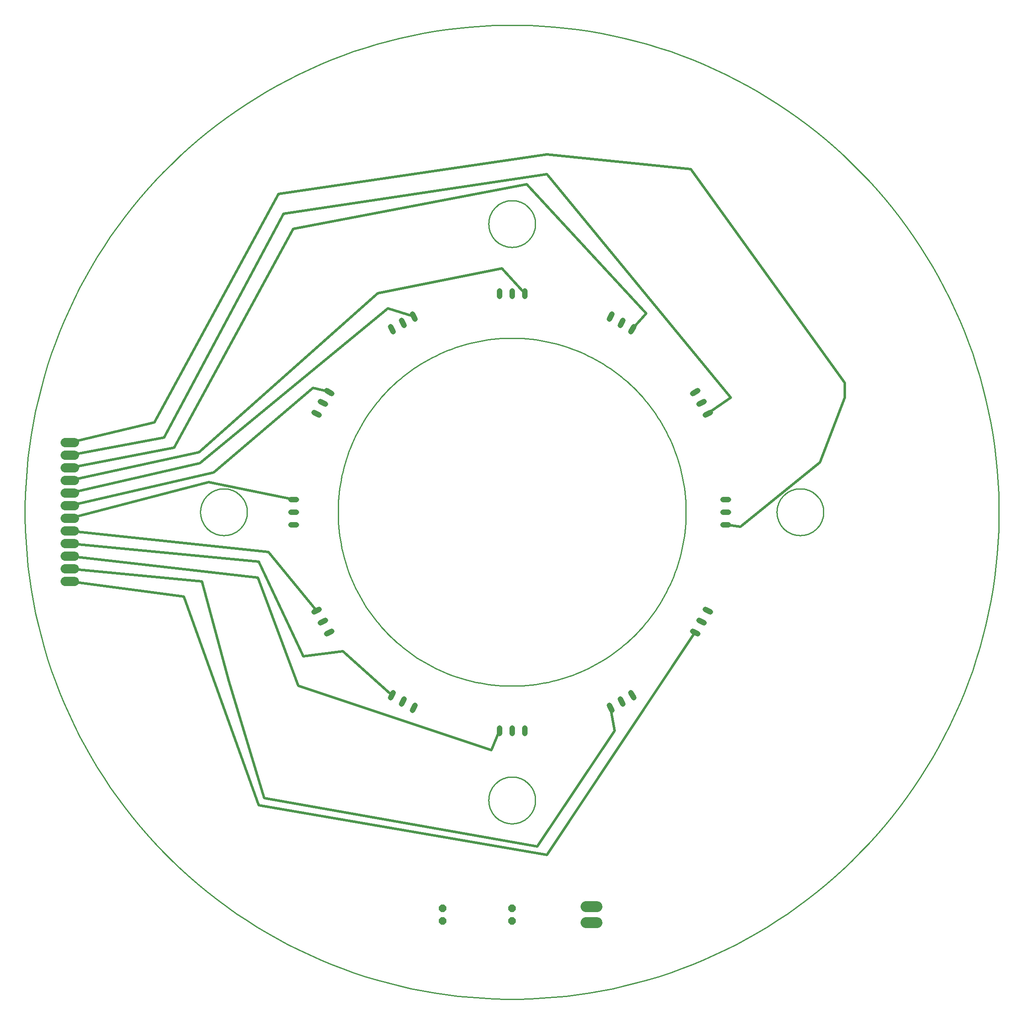
<source format=gtl>
G04 EAGLE Gerber RS-274X export*
G75*
%MOMM*%
%FSLAX34Y34*%
%LPD*%
%INTop Copper*%
%IPPOS*%
%AMOC8*
5,1,8,0,0,1.08239X$1,22.5*%
G01*
%ADD10P,1.583577X8X292.500000*%
%ADD11C,1.828800*%
%ADD12C,1.108000*%
%ADD13C,2.184400*%
%ADD14C,0.508000*%
%ADD15C,0.254000*%


D10*
X0Y-797300D03*
X0Y-822700D03*
X-140000Y-797300D03*
X-140000Y-822700D03*
D11*
X-880856Y139700D02*
X-899144Y139700D01*
X-899144Y114300D02*
X-880856Y114300D01*
X-880856Y88900D02*
X-899144Y88900D01*
X-899144Y63500D02*
X-880856Y63500D01*
X-880856Y38100D02*
X-899144Y38100D01*
X-899144Y12700D02*
X-880856Y12700D01*
X-880856Y-12700D02*
X-899144Y-12700D01*
X-899144Y-38100D02*
X-880856Y-38100D01*
X-880856Y-63500D02*
X-899144Y-63500D01*
X-899144Y-88900D02*
X-880856Y-88900D01*
X-880856Y-114300D02*
X-899144Y-114300D01*
X-899144Y-139700D02*
X-880856Y-139700D01*
D12*
X363553Y239227D02*
X373149Y244767D01*
X385849Y222770D02*
X376253Y217230D01*
X388953Y195233D02*
X398549Y200773D01*
X195233Y388953D02*
X200773Y398549D01*
X222770Y385849D02*
X217230Y376253D01*
X239227Y363553D02*
X244767Y373149D01*
X-25400Y434460D02*
X-25400Y445540D01*
X0Y445540D02*
X0Y434460D01*
X25400Y434460D02*
X25400Y445540D01*
X-239227Y363553D02*
X-244767Y373149D01*
X-222770Y385849D02*
X-217230Y376253D01*
X-195233Y388953D02*
X-200773Y398549D01*
X-388953Y195233D02*
X-398549Y200773D01*
X-385849Y222770D02*
X-376253Y217230D01*
X-363553Y239227D02*
X-373149Y244767D01*
X-434460Y-25400D02*
X-445540Y-25400D01*
X-445540Y0D02*
X-434460Y0D01*
X-434460Y25400D02*
X-445540Y25400D01*
X-363553Y-239227D02*
X-373149Y-244767D01*
X-385849Y-222770D02*
X-376253Y-217230D01*
X-388953Y-195233D02*
X-398549Y-200773D01*
X-195233Y-388953D02*
X-200773Y-398549D01*
X-222770Y-385849D02*
X-217230Y-376253D01*
X-239227Y-363553D02*
X-244767Y-373149D01*
X25400Y-434460D02*
X25400Y-445540D01*
X0Y-445540D02*
X0Y-434460D01*
X-25400Y-434460D02*
X-25400Y-445540D01*
X239227Y-363553D02*
X244767Y-373149D01*
X222770Y-385849D02*
X217230Y-376253D01*
X195233Y-388953D02*
X200773Y-398549D01*
X388953Y-195233D02*
X398549Y-200773D01*
X385849Y-222770D02*
X376253Y-217230D01*
X363553Y-239227D02*
X373149Y-244767D01*
D13*
X170922Y-826000D02*
X149078Y-826000D01*
X149078Y-794000D02*
X170922Y-794000D01*
D12*
X424460Y25400D02*
X435540Y25400D01*
X435540Y0D02*
X424460Y0D01*
X424460Y-25400D02*
X435540Y-25400D01*
D14*
X-270000Y440000D02*
X-630000Y120000D01*
X-890000Y63500D01*
X-270000Y440000D02*
X-20000Y490000D01*
X25400Y440000D01*
X-250000Y410000D02*
X-627973Y98172D01*
X-890000Y38100D01*
X-250000Y410000D02*
X-198003Y393751D01*
X-600000Y80000D02*
X-890000Y12700D01*
X-600000Y80000D02*
X-400000Y250000D01*
X-368351Y241997D01*
X-440000Y25400D02*
X-610000Y60000D01*
X-890000Y-12700D01*
X-490000Y-80000D02*
X-393751Y-198003D01*
X-490000Y-80000D02*
X-890000Y-38100D01*
X-340000Y-280000D02*
X-241997Y-368351D01*
X-340000Y-280000D02*
X-420000Y-290000D01*
X-510000Y-100000D01*
X-890000Y-63500D01*
X-25400Y-440000D02*
X-41584Y-479472D01*
X-430000Y-350000D01*
X-511717Y-132087D01*
X-890000Y-88900D01*
X-890000Y-114300D02*
X-624007Y-139965D01*
X-570000Y-340000D01*
X-498281Y-575649D01*
X51020Y-673469D01*
X206699Y-439951D01*
X198003Y-393751D01*
X-660000Y-170000D02*
X-890000Y-139700D01*
X-660000Y-170000D02*
X-510000Y-590000D01*
X70000Y-690000D01*
X368351Y-241997D01*
X670000Y260000D02*
X360000Y690000D01*
X70000Y720000D01*
X-470000Y640000D01*
X-720000Y180000D01*
X-890000Y139700D01*
X670000Y230000D02*
X670000Y260000D01*
X670000Y230000D02*
X620000Y100000D01*
X460000Y-30000D01*
X430000Y-25400D01*
X393751Y198003D02*
X440000Y230000D01*
X70000Y680000D01*
X-460000Y600000D01*
X-700000Y150000D01*
X-890000Y114300D01*
X241997Y368351D02*
X270000Y400000D01*
X30000Y660000D01*
X-440000Y570000D01*
X-680000Y130000D01*
X-890000Y88900D01*
D15*
X980000Y-12027D02*
X980000Y12027D01*
X979410Y36074D01*
X978229Y60099D01*
X976460Y84088D01*
X974102Y108026D01*
X971158Y131899D01*
X967628Y155693D01*
X963516Y179393D01*
X958823Y202984D01*
X953553Y226454D01*
X947708Y249787D01*
X941293Y272970D01*
X934310Y295988D01*
X926765Y318828D01*
X918661Y341476D01*
X910004Y363918D01*
X900799Y386141D01*
X891052Y408132D01*
X880767Y429876D01*
X869952Y451362D01*
X858613Y472576D01*
X846757Y493505D01*
X834391Y514137D01*
X821522Y534459D01*
X808158Y554459D01*
X794308Y574125D01*
X779979Y593446D01*
X765180Y612408D01*
X749920Y631002D01*
X734209Y649216D01*
X718055Y667039D01*
X701469Y684460D01*
X684460Y701469D01*
X667039Y718055D01*
X649216Y734209D01*
X631002Y749920D01*
X612408Y765180D01*
X593446Y779979D01*
X574125Y794308D01*
X554459Y808158D01*
X534459Y821522D01*
X514137Y834391D01*
X493505Y846757D01*
X472576Y858613D01*
X451362Y869952D01*
X429876Y880767D01*
X408132Y891052D01*
X386141Y900799D01*
X363918Y910004D01*
X341476Y918661D01*
X318828Y926765D01*
X295988Y934310D01*
X272970Y941293D01*
X249787Y947708D01*
X226454Y953553D01*
X202984Y958823D01*
X179393Y963516D01*
X155693Y967628D01*
X131899Y971158D01*
X108026Y974102D01*
X84088Y976460D01*
X60099Y978229D01*
X36074Y979410D01*
X12027Y980000D01*
X-12027Y980000D01*
X-36074Y979410D01*
X-60099Y978229D01*
X-84088Y976460D01*
X-108026Y974102D01*
X-131899Y971158D01*
X-155693Y967628D01*
X-179393Y963516D01*
X-202984Y958823D01*
X-226454Y953553D01*
X-249787Y947708D01*
X-272970Y941293D01*
X-295988Y934310D01*
X-318828Y926765D01*
X-341476Y918661D01*
X-363918Y910004D01*
X-386141Y900799D01*
X-408132Y891052D01*
X-429876Y880767D01*
X-451362Y869952D01*
X-472576Y858613D01*
X-493505Y846757D01*
X-514137Y834391D01*
X-534459Y821522D01*
X-554459Y808158D01*
X-574125Y794308D01*
X-593446Y779979D01*
X-612408Y765180D01*
X-631002Y749920D01*
X-649216Y734209D01*
X-667039Y718055D01*
X-684460Y701469D01*
X-701469Y684460D01*
X-718055Y667039D01*
X-734209Y649216D01*
X-749920Y631002D01*
X-765180Y612408D01*
X-779979Y593446D01*
X-794308Y574125D01*
X-808158Y554459D01*
X-821522Y534459D01*
X-834391Y514137D01*
X-846757Y493505D01*
X-858613Y472576D01*
X-869952Y451362D01*
X-880767Y429876D01*
X-891052Y408132D01*
X-900799Y386141D01*
X-910004Y363918D01*
X-918661Y341476D01*
X-926765Y318828D01*
X-934310Y295988D01*
X-941293Y272970D01*
X-947708Y249787D01*
X-953553Y226454D01*
X-958823Y202984D01*
X-963516Y179393D01*
X-967628Y155693D01*
X-971158Y131899D01*
X-974102Y108026D01*
X-976460Y84088D01*
X-978229Y60099D01*
X-979410Y36074D01*
X-980000Y12027D01*
X-980000Y-12027D01*
X-979410Y-36074D01*
X-978229Y-60099D01*
X-976460Y-84088D01*
X-974102Y-108026D01*
X-971158Y-131899D01*
X-967628Y-155693D01*
X-963516Y-179393D01*
X-958823Y-202984D01*
X-953553Y-226454D01*
X-947708Y-249787D01*
X-941293Y-272970D01*
X-934310Y-295988D01*
X-926765Y-318828D01*
X-918661Y-341476D01*
X-910004Y-363918D01*
X-900799Y-386141D01*
X-891052Y-408132D01*
X-880767Y-429876D01*
X-869952Y-451362D01*
X-858613Y-472576D01*
X-846757Y-493505D01*
X-834391Y-514137D01*
X-821522Y-534459D01*
X-808158Y-554459D01*
X-794308Y-574125D01*
X-779979Y-593446D01*
X-765180Y-612408D01*
X-749920Y-631002D01*
X-734209Y-649216D01*
X-718055Y-667039D01*
X-701469Y-684460D01*
X-684460Y-701469D01*
X-667039Y-718055D01*
X-649216Y-734209D01*
X-631002Y-749920D01*
X-612408Y-765180D01*
X-593446Y-779979D01*
X-574125Y-794308D01*
X-554459Y-808158D01*
X-534459Y-821522D01*
X-514137Y-834391D01*
X-493505Y-846757D01*
X-472576Y-858613D01*
X-451362Y-869952D01*
X-429876Y-880767D01*
X-408132Y-891052D01*
X-386141Y-900799D01*
X-363918Y-910004D01*
X-341476Y-918661D01*
X-318828Y-926765D01*
X-295988Y-934310D01*
X-272970Y-941293D01*
X-249787Y-947708D01*
X-226454Y-953553D01*
X-202984Y-958823D01*
X-179393Y-963516D01*
X-155693Y-967628D01*
X-131899Y-971158D01*
X-108026Y-974102D01*
X-84088Y-976460D01*
X-60099Y-978229D01*
X-36074Y-979410D01*
X-12027Y-980000D01*
X12027Y-980000D01*
X36074Y-979410D01*
X60099Y-978229D01*
X84088Y-976460D01*
X108026Y-974102D01*
X131899Y-971158D01*
X155693Y-967628D01*
X179393Y-963516D01*
X202984Y-958823D01*
X226454Y-953553D01*
X249787Y-947708D01*
X272970Y-941293D01*
X295988Y-934310D01*
X318828Y-926765D01*
X341476Y-918661D01*
X363918Y-910004D01*
X386141Y-900799D01*
X408132Y-891052D01*
X429876Y-880767D01*
X451362Y-869952D01*
X472576Y-858613D01*
X493505Y-846757D01*
X514137Y-834391D01*
X534459Y-821522D01*
X554459Y-808158D01*
X574125Y-794308D01*
X593446Y-779979D01*
X612408Y-765180D01*
X631002Y-749920D01*
X649216Y-734209D01*
X667039Y-718055D01*
X684460Y-701469D01*
X701469Y-684460D01*
X718055Y-667039D01*
X734209Y-649216D01*
X749920Y-631002D01*
X765180Y-612408D01*
X779979Y-593446D01*
X794308Y-574125D01*
X808158Y-554459D01*
X821522Y-534459D01*
X834391Y-514137D01*
X846757Y-493505D01*
X858613Y-472576D01*
X869952Y-451362D01*
X880767Y-429876D01*
X891052Y-408132D01*
X900799Y-386141D01*
X910004Y-363918D01*
X918661Y-341476D01*
X926765Y-318828D01*
X934310Y-295988D01*
X941293Y-272970D01*
X947708Y-249787D01*
X953553Y-226454D01*
X958823Y-202984D01*
X963516Y-179393D01*
X967628Y-155693D01*
X971158Y-131899D01*
X974102Y-108026D01*
X976460Y-84088D01*
X978229Y-60099D01*
X979410Y-36074D01*
X980000Y-12027D01*
X627000Y-923D02*
X627000Y923D01*
X626928Y2767D01*
X626783Y4608D01*
X626566Y6441D01*
X626277Y8264D01*
X625917Y10074D01*
X625486Y11869D01*
X624985Y13646D01*
X624414Y15402D01*
X623776Y17133D01*
X623069Y18839D01*
X622296Y20515D01*
X621458Y22160D01*
X620556Y23770D01*
X619592Y25344D01*
X618566Y26879D01*
X617481Y28373D01*
X616339Y29822D01*
X615140Y31226D01*
X613887Y32581D01*
X612581Y33887D01*
X611226Y35140D01*
X609822Y36339D01*
X608373Y37481D01*
X606879Y38566D01*
X605344Y39592D01*
X603770Y40556D01*
X602160Y41458D01*
X600515Y42296D01*
X598839Y43069D01*
X597133Y43776D01*
X595402Y44414D01*
X593646Y44985D01*
X591869Y45486D01*
X590074Y45917D01*
X588264Y46277D01*
X586441Y46566D01*
X584608Y46783D01*
X582767Y46928D01*
X580923Y47000D01*
X579077Y47000D01*
X577233Y46928D01*
X575392Y46783D01*
X573559Y46566D01*
X571736Y46277D01*
X569926Y45917D01*
X568131Y45486D01*
X566354Y44985D01*
X564598Y44414D01*
X562867Y43776D01*
X561161Y43069D01*
X559485Y42296D01*
X557840Y41458D01*
X556230Y40556D01*
X554656Y39592D01*
X553121Y38566D01*
X551627Y37481D01*
X550178Y36339D01*
X548774Y35140D01*
X547419Y33887D01*
X546113Y32581D01*
X544860Y31226D01*
X543662Y29822D01*
X542519Y28373D01*
X541434Y26879D01*
X540408Y25344D01*
X539444Y23770D01*
X538542Y22160D01*
X537704Y20515D01*
X536931Y18839D01*
X536224Y17133D01*
X535586Y15402D01*
X535015Y13646D01*
X534514Y11869D01*
X534083Y10074D01*
X533723Y8264D01*
X533434Y6441D01*
X533217Y4608D01*
X533072Y2767D01*
X533000Y923D01*
X533000Y-923D01*
X533072Y-2767D01*
X533217Y-4608D01*
X533434Y-6441D01*
X533723Y-8264D01*
X534083Y-10074D01*
X534514Y-11869D01*
X535015Y-13646D01*
X535586Y-15402D01*
X536224Y-17133D01*
X536931Y-18839D01*
X537704Y-20515D01*
X538542Y-22160D01*
X539444Y-23770D01*
X540408Y-25344D01*
X541434Y-26879D01*
X542519Y-28373D01*
X543662Y-29822D01*
X544860Y-31226D01*
X546113Y-32581D01*
X547419Y-33887D01*
X548774Y-35140D01*
X550178Y-36339D01*
X551627Y-37481D01*
X553121Y-38566D01*
X554656Y-39592D01*
X556230Y-40556D01*
X557840Y-41458D01*
X559485Y-42296D01*
X561161Y-43069D01*
X562867Y-43776D01*
X564598Y-44414D01*
X566354Y-44985D01*
X568131Y-45486D01*
X569926Y-45917D01*
X571736Y-46277D01*
X573559Y-46566D01*
X575392Y-46783D01*
X577233Y-46928D01*
X579077Y-47000D01*
X580923Y-47000D01*
X582767Y-46928D01*
X584608Y-46783D01*
X586441Y-46566D01*
X588264Y-46277D01*
X590074Y-45917D01*
X591869Y-45486D01*
X593646Y-44985D01*
X595402Y-44414D01*
X597133Y-43776D01*
X598839Y-43069D01*
X600515Y-42296D01*
X602160Y-41458D01*
X603770Y-40556D01*
X605344Y-39592D01*
X606879Y-38566D01*
X608373Y-37481D01*
X609822Y-36339D01*
X611226Y-35140D01*
X612581Y-33887D01*
X613887Y-32581D01*
X615140Y-31226D01*
X616339Y-29822D01*
X617481Y-28373D01*
X618566Y-26879D01*
X619592Y-25344D01*
X620556Y-23770D01*
X621458Y-22160D01*
X622296Y-20515D01*
X623069Y-18839D01*
X623776Y-17133D01*
X624414Y-15402D01*
X624985Y-13646D01*
X625486Y-11869D01*
X625917Y-10074D01*
X626277Y-8264D01*
X626566Y-6441D01*
X626783Y-4608D01*
X626928Y-2767D01*
X627000Y-923D01*
X47000Y579077D02*
X47000Y580923D01*
X46928Y582767D01*
X46783Y584608D01*
X46566Y586441D01*
X46277Y588264D01*
X45917Y590074D01*
X45486Y591869D01*
X44985Y593646D01*
X44414Y595402D01*
X43776Y597133D01*
X43069Y598839D01*
X42296Y600515D01*
X41458Y602160D01*
X40556Y603770D01*
X39592Y605344D01*
X38566Y606879D01*
X37481Y608373D01*
X36339Y609822D01*
X35140Y611226D01*
X33887Y612581D01*
X32581Y613887D01*
X31226Y615140D01*
X29822Y616339D01*
X28373Y617481D01*
X26879Y618566D01*
X25344Y619592D01*
X23770Y620556D01*
X22160Y621458D01*
X20515Y622296D01*
X18839Y623069D01*
X17133Y623776D01*
X15402Y624414D01*
X13646Y624985D01*
X11869Y625486D01*
X10074Y625917D01*
X8264Y626277D01*
X6441Y626566D01*
X4608Y626783D01*
X2767Y626928D01*
X923Y627000D01*
X-923Y627000D01*
X-2767Y626928D01*
X-4608Y626783D01*
X-6441Y626566D01*
X-8264Y626277D01*
X-10074Y625917D01*
X-11869Y625486D01*
X-13646Y624985D01*
X-15402Y624414D01*
X-17133Y623776D01*
X-18839Y623069D01*
X-20515Y622296D01*
X-22160Y621458D01*
X-23770Y620556D01*
X-25344Y619592D01*
X-26879Y618566D01*
X-28373Y617481D01*
X-29822Y616339D01*
X-31226Y615140D01*
X-32581Y613887D01*
X-33887Y612581D01*
X-35140Y611226D01*
X-36339Y609822D01*
X-37481Y608373D01*
X-38566Y606879D01*
X-39592Y605344D01*
X-40556Y603770D01*
X-41458Y602160D01*
X-42296Y600515D01*
X-43069Y598839D01*
X-43776Y597133D01*
X-44414Y595402D01*
X-44985Y593646D01*
X-45486Y591869D01*
X-45917Y590074D01*
X-46277Y588264D01*
X-46566Y586441D01*
X-46783Y584608D01*
X-46928Y582767D01*
X-47000Y580923D01*
X-47000Y579077D01*
X-46928Y577233D01*
X-46783Y575392D01*
X-46566Y573559D01*
X-46277Y571736D01*
X-45917Y569926D01*
X-45486Y568131D01*
X-44985Y566354D01*
X-44414Y564598D01*
X-43776Y562867D01*
X-43069Y561161D01*
X-42296Y559485D01*
X-41458Y557840D01*
X-40556Y556230D01*
X-39592Y554656D01*
X-38566Y553121D01*
X-37481Y551627D01*
X-36339Y550178D01*
X-35140Y548774D01*
X-33887Y547419D01*
X-32581Y546113D01*
X-31226Y544860D01*
X-29822Y543662D01*
X-28373Y542519D01*
X-26879Y541434D01*
X-25344Y540408D01*
X-23770Y539444D01*
X-22160Y538542D01*
X-20515Y537704D01*
X-18839Y536931D01*
X-17133Y536224D01*
X-15402Y535586D01*
X-13646Y535015D01*
X-11869Y534514D01*
X-10074Y534083D01*
X-8264Y533723D01*
X-6441Y533434D01*
X-4608Y533217D01*
X-2767Y533072D01*
X-923Y533000D01*
X923Y533000D01*
X2767Y533072D01*
X4608Y533217D01*
X6441Y533434D01*
X8264Y533723D01*
X10074Y534083D01*
X11869Y534514D01*
X13646Y535015D01*
X15402Y535586D01*
X17133Y536224D01*
X18839Y536931D01*
X20515Y537704D01*
X22160Y538542D01*
X23770Y539444D01*
X25344Y540408D01*
X26879Y541434D01*
X28373Y542519D01*
X29822Y543662D01*
X31226Y544860D01*
X32581Y546113D01*
X33887Y547419D01*
X35140Y548774D01*
X36339Y550178D01*
X37481Y551627D01*
X38566Y553121D01*
X39592Y554656D01*
X40556Y556230D01*
X41458Y557840D01*
X42296Y559485D01*
X43069Y561161D01*
X43776Y562867D01*
X44414Y564598D01*
X44985Y566354D01*
X45486Y568131D01*
X45917Y569926D01*
X46277Y571736D01*
X46566Y573559D01*
X46783Y575392D01*
X46928Y577233D01*
X47000Y579077D01*
X-533000Y-923D02*
X-533000Y923D01*
X-533072Y2767D01*
X-533217Y4608D01*
X-533434Y6441D01*
X-533723Y8264D01*
X-534083Y10074D01*
X-534514Y11869D01*
X-535015Y13646D01*
X-535586Y15402D01*
X-536224Y17133D01*
X-536931Y18839D01*
X-537704Y20515D01*
X-538542Y22160D01*
X-539444Y23770D01*
X-540408Y25344D01*
X-541434Y26879D01*
X-542519Y28373D01*
X-543662Y29822D01*
X-544860Y31226D01*
X-546113Y32581D01*
X-547419Y33887D01*
X-548774Y35140D01*
X-550178Y36339D01*
X-551627Y37481D01*
X-553121Y38566D01*
X-554656Y39592D01*
X-556230Y40556D01*
X-557840Y41458D01*
X-559485Y42296D01*
X-561161Y43069D01*
X-562867Y43776D01*
X-564598Y44414D01*
X-566354Y44985D01*
X-568131Y45486D01*
X-569926Y45917D01*
X-571736Y46277D01*
X-573559Y46566D01*
X-575392Y46783D01*
X-577233Y46928D01*
X-579077Y47000D01*
X-580923Y47000D01*
X-582767Y46928D01*
X-584608Y46783D01*
X-586441Y46566D01*
X-588264Y46277D01*
X-590074Y45917D01*
X-591869Y45486D01*
X-593646Y44985D01*
X-595402Y44414D01*
X-597133Y43776D01*
X-598839Y43069D01*
X-600515Y42296D01*
X-602160Y41458D01*
X-603770Y40556D01*
X-605344Y39592D01*
X-606879Y38566D01*
X-608373Y37481D01*
X-609822Y36339D01*
X-611226Y35140D01*
X-612581Y33887D01*
X-613887Y32581D01*
X-615140Y31226D01*
X-616339Y29822D01*
X-617481Y28373D01*
X-618566Y26879D01*
X-619592Y25344D01*
X-620556Y23770D01*
X-621458Y22160D01*
X-622296Y20515D01*
X-623069Y18839D01*
X-623776Y17133D01*
X-624414Y15402D01*
X-624985Y13646D01*
X-625486Y11869D01*
X-625917Y10074D01*
X-626277Y8264D01*
X-626566Y6441D01*
X-626783Y4608D01*
X-626928Y2767D01*
X-627000Y923D01*
X-627000Y-923D01*
X-626928Y-2767D01*
X-626783Y-4608D01*
X-626566Y-6441D01*
X-626277Y-8264D01*
X-625917Y-10074D01*
X-625486Y-11869D01*
X-624985Y-13646D01*
X-624414Y-15402D01*
X-623776Y-17133D01*
X-623069Y-18839D01*
X-622296Y-20515D01*
X-621458Y-22160D01*
X-620556Y-23770D01*
X-619592Y-25344D01*
X-618566Y-26879D01*
X-617481Y-28373D01*
X-616339Y-29822D01*
X-615140Y-31226D01*
X-613887Y-32581D01*
X-612581Y-33887D01*
X-611226Y-35140D01*
X-609822Y-36339D01*
X-608373Y-37481D01*
X-606879Y-38566D01*
X-605344Y-39592D01*
X-603770Y-40556D01*
X-602160Y-41458D01*
X-600515Y-42296D01*
X-598839Y-43069D01*
X-597133Y-43776D01*
X-595402Y-44414D01*
X-593646Y-44985D01*
X-591869Y-45486D01*
X-590074Y-45917D01*
X-588264Y-46277D01*
X-586441Y-46566D01*
X-584608Y-46783D01*
X-582767Y-46928D01*
X-580923Y-47000D01*
X-579077Y-47000D01*
X-577233Y-46928D01*
X-575392Y-46783D01*
X-573559Y-46566D01*
X-571736Y-46277D01*
X-569926Y-45917D01*
X-568131Y-45486D01*
X-566354Y-44985D01*
X-564598Y-44414D01*
X-562867Y-43776D01*
X-561161Y-43069D01*
X-559485Y-42296D01*
X-557840Y-41458D01*
X-556230Y-40556D01*
X-554656Y-39592D01*
X-553121Y-38566D01*
X-551627Y-37481D01*
X-550178Y-36339D01*
X-548774Y-35140D01*
X-547419Y-33887D01*
X-546113Y-32581D01*
X-544860Y-31226D01*
X-543662Y-29822D01*
X-542519Y-28373D01*
X-541434Y-26879D01*
X-540408Y-25344D01*
X-539444Y-23770D01*
X-538542Y-22160D01*
X-537704Y-20515D01*
X-536931Y-18839D01*
X-536224Y-17133D01*
X-535586Y-15402D01*
X-535015Y-13646D01*
X-534514Y-11869D01*
X-534083Y-10074D01*
X-533723Y-8264D01*
X-533434Y-6441D01*
X-533217Y-4608D01*
X-533072Y-2767D01*
X-533000Y-923D01*
X47000Y-580923D02*
X47000Y-579077D01*
X46928Y-577233D01*
X46783Y-575392D01*
X46566Y-573559D01*
X46277Y-571736D01*
X45917Y-569926D01*
X45486Y-568131D01*
X44985Y-566354D01*
X44414Y-564598D01*
X43776Y-562867D01*
X43069Y-561161D01*
X42296Y-559485D01*
X41458Y-557840D01*
X40556Y-556230D01*
X39592Y-554656D01*
X38566Y-553121D01*
X37481Y-551627D01*
X36339Y-550178D01*
X35140Y-548774D01*
X33887Y-547419D01*
X32581Y-546113D01*
X31226Y-544860D01*
X29822Y-543662D01*
X28373Y-542519D01*
X26879Y-541434D01*
X25344Y-540408D01*
X23770Y-539444D01*
X22160Y-538542D01*
X20515Y-537704D01*
X18839Y-536931D01*
X17133Y-536224D01*
X15402Y-535586D01*
X13646Y-535015D01*
X11869Y-534514D01*
X10074Y-534083D01*
X8264Y-533723D01*
X6441Y-533434D01*
X4608Y-533217D01*
X2767Y-533072D01*
X923Y-533000D01*
X-923Y-533000D01*
X-2767Y-533072D01*
X-4608Y-533217D01*
X-6441Y-533434D01*
X-8264Y-533723D01*
X-10074Y-534083D01*
X-11869Y-534514D01*
X-13646Y-535015D01*
X-15402Y-535586D01*
X-17133Y-536224D01*
X-18839Y-536931D01*
X-20515Y-537704D01*
X-22160Y-538542D01*
X-23770Y-539444D01*
X-25344Y-540408D01*
X-26879Y-541434D01*
X-28373Y-542519D01*
X-29822Y-543662D01*
X-31226Y-544860D01*
X-32581Y-546113D01*
X-33887Y-547419D01*
X-35140Y-548774D01*
X-36339Y-550178D01*
X-37481Y-551627D01*
X-38566Y-553121D01*
X-39592Y-554656D01*
X-40556Y-556230D01*
X-41458Y-557840D01*
X-42296Y-559485D01*
X-43069Y-561161D01*
X-43776Y-562867D01*
X-44414Y-564598D01*
X-44985Y-566354D01*
X-45486Y-568131D01*
X-45917Y-569926D01*
X-46277Y-571736D01*
X-46566Y-573559D01*
X-46783Y-575392D01*
X-46928Y-577233D01*
X-47000Y-579077D01*
X-47000Y-580923D01*
X-46928Y-582767D01*
X-46783Y-584608D01*
X-46566Y-586441D01*
X-46277Y-588264D01*
X-45917Y-590074D01*
X-45486Y-591869D01*
X-44985Y-593646D01*
X-44414Y-595402D01*
X-43776Y-597133D01*
X-43069Y-598839D01*
X-42296Y-600515D01*
X-41458Y-602160D01*
X-40556Y-603770D01*
X-39592Y-605344D01*
X-38566Y-606879D01*
X-37481Y-608373D01*
X-36339Y-609822D01*
X-35140Y-611226D01*
X-33887Y-612581D01*
X-32581Y-613887D01*
X-31226Y-615140D01*
X-29822Y-616339D01*
X-28373Y-617481D01*
X-26879Y-618566D01*
X-25344Y-619592D01*
X-23770Y-620556D01*
X-22160Y-621458D01*
X-20515Y-622296D01*
X-18839Y-623069D01*
X-17133Y-623776D01*
X-15402Y-624414D01*
X-13646Y-624985D01*
X-11869Y-625486D01*
X-10074Y-625917D01*
X-8264Y-626277D01*
X-6441Y-626566D01*
X-4608Y-626783D01*
X-2767Y-626928D01*
X-923Y-627000D01*
X923Y-627000D01*
X2767Y-626928D01*
X4608Y-626783D01*
X6441Y-626566D01*
X8264Y-626277D01*
X10074Y-625917D01*
X11869Y-625486D01*
X13646Y-624985D01*
X15402Y-624414D01*
X17133Y-623776D01*
X18839Y-623069D01*
X20515Y-622296D01*
X22160Y-621458D01*
X23770Y-620556D01*
X25344Y-619592D01*
X26879Y-618566D01*
X28373Y-617481D01*
X29822Y-616339D01*
X31226Y-615140D01*
X32581Y-613887D01*
X33887Y-612581D01*
X35140Y-611226D01*
X36339Y-609822D01*
X37481Y-608373D01*
X38566Y-606879D01*
X39592Y-605344D01*
X40556Y-603770D01*
X41458Y-602160D01*
X42296Y-600515D01*
X43069Y-598839D01*
X43776Y-597133D01*
X44414Y-595402D01*
X44985Y-593646D01*
X45486Y-591869D01*
X45917Y-590074D01*
X46277Y-588264D01*
X46566Y-586441D01*
X46783Y-584608D01*
X46928Y-582767D01*
X47000Y-580923D01*
X350000Y-4295D02*
X350000Y4295D01*
X349789Y12884D01*
X349368Y21464D01*
X348736Y30031D01*
X347894Y38581D01*
X346842Y47107D01*
X345582Y55605D01*
X344113Y64069D01*
X342437Y72494D01*
X340555Y80876D01*
X338467Y89210D01*
X336176Y97489D01*
X333682Y105710D01*
X330988Y113867D01*
X328093Y121956D01*
X325002Y129971D01*
X321714Y137908D01*
X318233Y145761D01*
X314560Y153527D01*
X310697Y161201D01*
X306648Y168777D01*
X302413Y176252D01*
X297997Y183620D01*
X293401Y190878D01*
X288628Y198021D01*
X283681Y205045D01*
X278564Y211945D01*
X273279Y218717D01*
X267829Y225358D01*
X262217Y231863D01*
X256448Y238228D01*
X250525Y244450D01*
X244450Y250525D01*
X238228Y256448D01*
X231863Y262217D01*
X225358Y267829D01*
X218717Y273279D01*
X211945Y278564D01*
X205045Y283681D01*
X198021Y288628D01*
X190878Y293401D01*
X183620Y297997D01*
X176252Y302413D01*
X168777Y306648D01*
X161201Y310697D01*
X153527Y314560D01*
X145761Y318233D01*
X137908Y321714D01*
X129971Y325002D01*
X121956Y328093D01*
X113867Y330988D01*
X105710Y333682D01*
X97489Y336176D01*
X89210Y338467D01*
X80876Y340555D01*
X72494Y342437D01*
X64069Y344113D01*
X55605Y345582D01*
X47107Y346842D01*
X38581Y347894D01*
X30031Y348736D01*
X21464Y349368D01*
X12884Y349789D01*
X4295Y350000D01*
X-4295Y350000D01*
X-12884Y349789D01*
X-21464Y349368D01*
X-30031Y348736D01*
X-38581Y347894D01*
X-47107Y346842D01*
X-55605Y345582D01*
X-64069Y344113D01*
X-72494Y342437D01*
X-80876Y340555D01*
X-89210Y338467D01*
X-97489Y336176D01*
X-105710Y333682D01*
X-113867Y330988D01*
X-121956Y328093D01*
X-129971Y325002D01*
X-137908Y321714D01*
X-145761Y318233D01*
X-153527Y314560D01*
X-161201Y310697D01*
X-168777Y306648D01*
X-176252Y302413D01*
X-183620Y297997D01*
X-190878Y293401D01*
X-198021Y288628D01*
X-205045Y283681D01*
X-211945Y278564D01*
X-218717Y273279D01*
X-225358Y267829D01*
X-231863Y262217D01*
X-238228Y256448D01*
X-244450Y250525D01*
X-250525Y244450D01*
X-256448Y238228D01*
X-262217Y231863D01*
X-267829Y225358D01*
X-273279Y218717D01*
X-278564Y211945D01*
X-283681Y205045D01*
X-288628Y198021D01*
X-293401Y190878D01*
X-297997Y183620D01*
X-302413Y176252D01*
X-306648Y168777D01*
X-310697Y161201D01*
X-314560Y153527D01*
X-318233Y145761D01*
X-321714Y137908D01*
X-325002Y129971D01*
X-328093Y121956D01*
X-330988Y113867D01*
X-333682Y105710D01*
X-336176Y97489D01*
X-338467Y89210D01*
X-340555Y80876D01*
X-342437Y72494D01*
X-344113Y64069D01*
X-345582Y55605D01*
X-346842Y47107D01*
X-347894Y38581D01*
X-348736Y30031D01*
X-349368Y21464D01*
X-349789Y12884D01*
X-350000Y4295D01*
X-350000Y-4295D01*
X-349789Y-12884D01*
X-349368Y-21464D01*
X-348736Y-30031D01*
X-347894Y-38581D01*
X-346842Y-47107D01*
X-345582Y-55605D01*
X-344113Y-64069D01*
X-342437Y-72494D01*
X-340555Y-80876D01*
X-338467Y-89210D01*
X-336176Y-97489D01*
X-333682Y-105710D01*
X-330988Y-113867D01*
X-328093Y-121956D01*
X-325002Y-129971D01*
X-321714Y-137908D01*
X-318233Y-145761D01*
X-314560Y-153527D01*
X-310697Y-161201D01*
X-306648Y-168777D01*
X-302413Y-176252D01*
X-297997Y-183620D01*
X-293401Y-190878D01*
X-288628Y-198021D01*
X-283681Y-205045D01*
X-278564Y-211945D01*
X-273279Y-218717D01*
X-267829Y-225358D01*
X-262217Y-231863D01*
X-256448Y-238228D01*
X-250525Y-244450D01*
X-244450Y-250525D01*
X-238228Y-256448D01*
X-231863Y-262217D01*
X-225358Y-267829D01*
X-218717Y-273279D01*
X-211945Y-278564D01*
X-205045Y-283681D01*
X-198021Y-288628D01*
X-190878Y-293401D01*
X-183620Y-297997D01*
X-176252Y-302413D01*
X-168777Y-306648D01*
X-161201Y-310697D01*
X-153527Y-314560D01*
X-145761Y-318233D01*
X-137908Y-321714D01*
X-129971Y-325002D01*
X-121956Y-328093D01*
X-113867Y-330988D01*
X-105710Y-333682D01*
X-97489Y-336176D01*
X-89210Y-338467D01*
X-80876Y-340555D01*
X-72494Y-342437D01*
X-64069Y-344113D01*
X-55605Y-345582D01*
X-47107Y-346842D01*
X-38581Y-347894D01*
X-30031Y-348736D01*
X-21464Y-349368D01*
X-12884Y-349789D01*
X-4295Y-350000D01*
X4295Y-350000D01*
X12884Y-349789D01*
X21464Y-349368D01*
X30031Y-348736D01*
X38581Y-347894D01*
X47107Y-346842D01*
X55605Y-345582D01*
X64069Y-344113D01*
X72494Y-342437D01*
X80876Y-340555D01*
X89210Y-338467D01*
X97489Y-336176D01*
X105710Y-333682D01*
X113867Y-330988D01*
X121956Y-328093D01*
X129971Y-325002D01*
X137908Y-321714D01*
X145761Y-318233D01*
X153527Y-314560D01*
X161201Y-310697D01*
X168777Y-306648D01*
X176252Y-302413D01*
X183620Y-297997D01*
X190878Y-293401D01*
X198021Y-288628D01*
X205045Y-283681D01*
X211945Y-278564D01*
X218717Y-273279D01*
X225358Y-267829D01*
X231863Y-262217D01*
X238228Y-256448D01*
X244450Y-250525D01*
X250525Y-244450D01*
X256448Y-238228D01*
X262217Y-231863D01*
X267829Y-225358D01*
X273279Y-218717D01*
X278564Y-211945D01*
X283681Y-205045D01*
X288628Y-198021D01*
X293401Y-190878D01*
X297997Y-183620D01*
X302413Y-176252D01*
X306648Y-168777D01*
X310697Y-161201D01*
X314560Y-153527D01*
X318233Y-145761D01*
X321714Y-137908D01*
X325002Y-129971D01*
X328093Y-121956D01*
X330988Y-113867D01*
X333682Y-105710D01*
X336176Y-97489D01*
X338467Y-89210D01*
X340555Y-80876D01*
X342437Y-72494D01*
X344113Y-64069D01*
X345582Y-55605D01*
X346842Y-47107D01*
X347894Y-38581D01*
X348736Y-30031D01*
X349368Y-21464D01*
X349789Y-12884D01*
X350000Y-4295D01*
M02*

</source>
